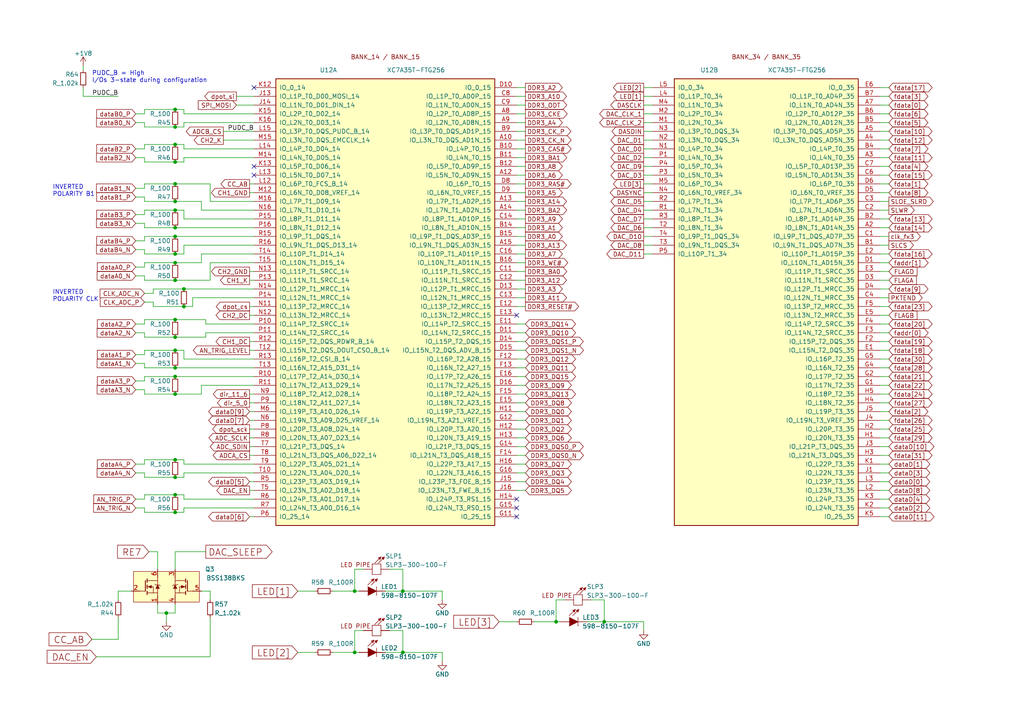
<source format=kicad_sch>
(kicad_sch (version 20231120) (generator "eeschema") (generator_version "8.0")
  (paper "A4")
  (title_block (title "Scopefun Oscilloscope") (rev "v2") (comment 1 "Copyright Dejan Priversek 2017") (comment 2 "Licensed under CERN OHL v.1.2"))
  (junction (at 50.8 73.66))
  (junction (at 53.34 83.82))
  (junction (at 50.8 53.34))
  (junction (at 50.8 36.83))
  (junction (at 53.34 88.9))
  (junction (at 116.84 189.23))
  (junction (at 50.8 114.3))
  (junction (at 50.8 31.75))
  (junction (at 50.8 76.2))
  (junction (at 50.8 58.42))
  (junction (at 50.8 148.59))
  (junction (at 50.8 92.71))
  (junction (at 175.26 180.34))
  (junction (at 50.8 66.04))
  (junction (at 50.8 101.6))
  (junction (at 161.29 180.34))
  (junction (at 50.8 106.68))
  (junction (at 50.8 138.43))
  (junction (at 116.84 171.45))
  (junction (at 102.87 171.45))
  (junction (at 48.26 177.8))
  (junction (at 50.8 41.91))
  (junction (at 102.87 189.23))
  (junction (at 50.8 60.96))
  (junction (at 50.8 109.22))
  (junction (at 50.8 46.99))
  (junction (at 50.8 81.28))
  (junction (at 50.8 143.51))
  (junction (at 50.8 133.35))
  (junction (at 50.8 68.58))
  (junction (at 50.8 97.79))
  (no_connect (at 149.86 144.78))
  (no_connect (at 149.86 147.32))
  (no_connect (at 73.66 50.8))
  (no_connect (at 73.66 48.26))
  (no_connect (at 73.66 25.4))
  (no_connect (at 149.86 91.44))
  (no_connect (at 149.86 149.86))
  (wire (pts (xy 41.91 93.98) (xy 41.91 92.71)))
  (wire (pts (xy 24.13 19.05) (xy 24.13 20.32)))
  (wire (pts (xy 72.39 116.84) (xy 73.66 116.84)))
  (wire (pts (xy 45.72 177.8) (xy 45.72 175.26)))
  (wire (pts (xy 102.87 165.1) (xy 102.87 171.45)))
  (wire (pts (xy 41.91 92.71) (xy 50.8 92.71)))
  (wire (pts (xy 255.27 55.88) (xy 257.81 55.88)))
  (wire (pts (xy 255.27 91.44) (xy 257.81 91.44)))
  (wire (pts (xy 41.91 105.41) (xy 39.37 105.41)))
  (wire (pts (xy 96.52 189.23) (xy 102.87 189.23)))
  (wire (pts (xy 41.91 58.42) (xy 41.91 57.15)))
  (wire (pts (xy 255.27 66.04) (xy 257.81 66.04)))
  (wire (pts (xy 149.86 99.06) (xy 152.4 99.06)))
  (wire (pts (xy 50.8 31.75) (xy 53.34 31.75)))
  (wire (pts (xy 149.86 60.96) (xy 152.4 60.96)))
  (wire (pts (xy 149.86 38.1) (xy 152.4 38.1)))
  (wire (pts (xy 41.91 41.91) (xy 41.91 43.18)))
  (wire (pts (xy 73.66 132.08) (xy 72.39 132.08)))
  (wire (pts (xy 72.39 119.38) (xy 73.66 119.38)))
  (wire (pts (xy 68.58 30.48) (xy 73.66 30.48)))
  (wire (pts (xy 255.27 27.94) (xy 257.81 27.94)))
  (wire (pts (xy 53.34 41.91) (xy 53.34 43.18)))
  (wire (pts (xy 186.69 30.48) (xy 189.23 30.48)))
  (wire (pts (xy 53.34 31.75) (xy 53.34 33.02)))
  (wire (pts (xy 48.26 180.34) (xy 48.26 177.8)))
  (wire (pts (xy 41.91 147.32) (xy 39.37 147.32)))
  (wire (pts (xy 113.03 165.1) (xy 116.84 165.1)))
  (wire (pts (xy 72.39 99.06) (xy 73.66 99.06)))
  (wire (pts (xy 116.84 165.1) (xy 116.84 171.45)))
  (wire (pts (xy 186.69 73.66) (xy 189.23 73.66)))
  (wire (pts (xy 53.34 133.35) (xy 53.34 134.62)))
  (wire (pts (xy 149.86 127) (xy 152.4 127)))
  (wire (pts (xy 186.69 40.64) (xy 189.23 40.64)))
  (wire (pts (xy 149.86 124.46) (xy 152.4 124.46)))
  (wire (pts (xy 48.26 177.8) (xy 50.8 177.8)))
  (wire (pts (xy 116.84 182.88) (xy 116.84 189.23)))
  (wire (pts (xy 149.86 55.88) (xy 152.4 55.88)))
  (wire (pts (xy 255.27 101.6) (xy 257.81 101.6)))
  (wire (pts (xy 186.69 63.5) (xy 189.23 63.5)))
  (wire (pts (xy 53.34 83.82) (xy 73.66 83.82)))
  (wire (pts (xy 60.96 53.34) (xy 60.96 58.42)))
  (wire (pts (xy 41.91 106.68) (xy 41.91 105.41)))
  (wire (pts (xy 255.27 111.76) (xy 257.81 111.76)))
  (wire (pts (xy 152.4 86.36) (xy 149.86 86.36)))
  (wire (pts (xy 72.39 101.6) (xy 73.66 101.6)))
  (wire (pts (xy 149.86 101.6) (xy 152.4 101.6)))
  (wire (pts (xy 255.27 129.54) (xy 257.81 129.54)))
  (wire (pts (xy 53.34 63.5) (xy 73.66 63.5)))
  (wire (pts (xy 144.78 180.34) (xy 149.86 180.34)))
  (wire (pts (xy 72.39 129.54) (xy 73.66 129.54)))
  (wire (pts (xy 53.34 36.83) (xy 53.34 35.56)))
  (wire (pts (xy 255.27 60.96) (xy 257.81 60.96)))
  (wire (pts (xy 41.91 148.59) (xy 50.8 148.59)))
  (wire (pts (xy 41.91 43.18) (xy 39.37 43.18)))
  (wire (pts (xy 53.34 134.62) (xy 73.66 134.62)))
  (wire (pts (xy 41.91 36.83) (xy 41.91 35.56)))
  (wire (pts (xy 41.91 138.43) (xy 50.8 138.43)))
  (wire (pts (xy 41.91 76.2) (xy 50.8 76.2)))
  (wire (pts (xy 186.69 58.42) (xy 189.23 58.42)))
  (wire (pts (xy 255.27 83.82) (xy 257.81 83.82)))
  (wire (pts (xy 58.42 73.66) (xy 73.66 73.66)))
  (wire (pts (xy 255.27 33.02) (xy 257.81 33.02)))
  (wire (pts (xy 50.8 160.02) (xy 50.8 165.1)))
  (wire (pts (xy 149.86 129.54) (xy 152.4 129.54)))
  (wire (pts (xy 41.91 58.42) (xy 50.8 58.42)))
  (wire (pts (xy 60.96 171.45) (xy 58.42 171.45)))
  (wire (pts (xy 45.72 177.8) (xy 48.26 177.8)))
  (wire (pts (xy 58.42 76.2) (xy 58.42 73.66)))
  (wire (pts (xy 58.42 60.96) (xy 73.66 60.96)))
  (wire (pts (xy 55.88 88.9) (xy 55.88 86.36)))
  (wire (pts (xy 72.39 142.24) (xy 73.66 142.24)))
  (wire (pts (xy 41.91 113.03) (xy 41.91 114.3)))
  (wire (pts (xy 149.86 104.14) (xy 152.4 104.14)))
  (wire (pts (xy 257.81 121.92) (xy 255.27 121.92)))
  (wire (pts (xy 105.41 182.88) (xy 102.87 182.88)))
  (wire (pts (xy 34.29 173.99) (xy 34.29 171.45)))
  (wire (pts (xy 149.86 71.12) (xy 152.4 71.12)))
  (wire (pts (xy 186.69 50.8) (xy 189.23 50.8)))
  (wire (pts (xy 116.84 171.45) (xy 128.27 171.45)))
  (wire (pts (xy 72.39 55.88) (xy 73.66 55.88)))
  (wire (pts (xy 41.91 60.96) (xy 41.91 62.23)))
  (wire (pts (xy 59.69 92.71) (xy 59.69 93.98)))
  (wire (pts (xy 50.8 58.42) (xy 58.42 58.42)))
  (wire (pts (xy 255.27 127) (xy 257.81 127)))
  (wire (pts (xy 255.27 149.86) (xy 257.81 149.86)))
  (wire (pts (xy 53.34 33.02) (xy 73.66 33.02)))
  (wire (pts (xy 255.27 78.74) (xy 257.81 78.74)))
  (wire (pts (xy 149.86 25.4) (xy 152.4 25.4)))
  (wire (pts (xy 44.45 85.09) (xy 41.91 85.09)))
  (wire (pts (xy 255.27 30.48) (xy 257.81 30.48)))
  (wire (pts (xy 50.8 177.8) (xy 50.8 175.26)))
  (wire (pts (xy 60.96 81.28) (xy 60.96 76.2)))
  (wire (pts (xy 60.96 58.42) (xy 73.66 58.42)))
  (wire (pts (xy 50.8 81.28) (xy 60.96 81.28)))
  (wire (pts (xy 27.94 190.5) (xy 60.96 190.5)))
  (wire (pts (xy 41.91 66.04) (xy 50.8 66.04)))
  (wire (pts (xy 161.29 173.99) (xy 163.83 173.99)))
  (wire (pts (xy 53.34 148.59) (xy 53.34 147.32)))
  (wire (pts (xy 149.86 93.98) (xy 152.4 93.98)))
  (wire (pts (xy 53.34 147.32) (xy 73.66 147.32)))
  (wire (pts (xy 24.13 27.94) (xy 34.29 27.94)))
  (wire (pts (xy 50.8 60.96) (xy 53.34 60.96)))
  (wire (pts (xy 255.27 68.58) (xy 257.81 68.58)))
  (wire (pts (xy 41.91 81.28) (xy 41.91 80.01)))
  (wire (pts (xy 255.27 86.36) (xy 257.81 86.36)))
  (wire (pts (xy 149.86 88.9) (xy 152.4 88.9)))
  (wire (pts (xy 41.91 60.96) (xy 50.8 60.96)))
  (wire (pts (xy 34.29 185.42) (xy 34.29 179.07)))
  (wire (pts (xy 86.36 189.23) (xy 91.44 189.23)))
  (wire (pts (xy 96.52 171.45) (xy 102.87 171.45)))
  (wire (pts (xy 53.34 137.16) (xy 73.66 137.16)))
  (wire (pts (xy 60.96 190.5) (xy 60.96 179.07)))
  (wire (pts (xy 186.69 43.18) (xy 189.23 43.18)))
  (wire (pts (xy 59.69 160.02) (xy 50.8 160.02)))
  (wire (pts (xy 186.69 33.02) (xy 189.23 33.02)))
  (wire (pts (xy 186.69 180.34) (xy 186.69 182.88)))
  (wire (pts (xy 255.27 35.56) (xy 257.81 35.56)))
  (wire (pts (xy 58.42 58.42) (xy 58.42 60.96)))
  (wire (pts (xy 255.27 88.9) (xy 257.81 88.9)))
  (wire (pts (xy 53.34 45.72) (xy 73.66 45.72)))
  (wire (pts (xy 186.69 53.34) (xy 189.23 53.34)))
  (wire (pts (xy 255.27 93.98) (xy 257.81 93.98)))
  (wire (pts (xy 53.34 138.43) (xy 53.34 137.16)))
  (wire (pts (xy 41.91 114.3) (xy 50.8 114.3)))
  (wire (pts (xy 149.86 109.22) (xy 152.4 109.22)))
  (wire (pts (xy 255.27 71.12) (xy 257.81 71.12)))
  (wire (pts (xy 255.27 132.08) (xy 257.81 132.08)))
  (wire (pts (xy 41.91 148.59) (xy 41.91 147.32)))
  (wire (pts (xy 50.8 68.58) (xy 73.66 68.58)))
  (wire (pts (xy 186.69 25.4) (xy 189.23 25.4)))
  (wire (pts (xy 149.86 114.3) (xy 152.4 114.3)))
  (wire (pts (xy 50.8 97.79) (xy 59.69 97.79)))
  (wire (pts (xy 60.96 173.99) (xy 60.96 171.45)))
  (wire (pts (xy 41.91 57.15) (xy 39.37 57.15)))
  (wire (pts (xy 39.37 93.98) (xy 41.91 93.98)))
  (wire (pts (xy 55.88 86.36) (xy 73.66 86.36)))
  (wire (pts (xy 255.27 139.7) (xy 257.81 139.7)))
  (wire (pts (xy 41.91 53.34) (xy 41.91 54.61)))
  (wire (pts (xy 73.66 127) (xy 72.39 127)))
  (wire (pts (xy 41.91 68.58) (xy 41.91 69.85)))
  (wire (pts (xy 64.77 40.64) (xy 73.66 40.64)))
  (wire (pts (xy 50.8 114.3) (xy 58.42 114.3)))
  (wire (pts (xy 53.34 43.18) (xy 73.66 43.18)))
  (wire (pts (xy 41.91 97.79) (xy 41.91 96.52)))
  (wire (pts (xy 255.27 104.14) (xy 257.81 104.14)))
  (wire (pts (xy 50.8 133.35) (xy 53.34 133.35)))
  (wire (pts (xy 161.29 173.99) (xy 161.29 180.34)))
  (wire (pts (xy 128.27 189.23) (xy 128.27 191.77)))
  (wire (pts (xy 41.91 133.35) (xy 50.8 133.35)))
  (wire (pts (xy 41.91 76.2) (xy 41.91 77.47)))
  (wire (pts (xy 73.66 149.86) (xy 72.39 149.86)))
  (wire (pts (xy 149.86 106.68) (xy 152.4 106.68)))
  (wire (pts (xy 50.8 148.59) (xy 53.34 148.59)))
  (wire (pts (xy 113.03 182.88) (xy 116.84 182.88)))
  (wire (pts (xy 149.86 30.48) (xy 152.4 30.48)))
  (wire (pts (xy 149.86 58.42) (xy 152.4 58.42)))
  (wire (pts (xy 149.86 139.7) (xy 152.4 139.7)))
  (wire (pts (xy 41.91 101.6) (xy 50.8 101.6)))
  (wire (pts (xy 50.8 143.51) (xy 53.34 143.51)))
  (wire (pts (xy 41.91 68.58) (xy 50.8 68.58)))
  (wire (pts (xy 41.91 138.43) (xy 41.91 137.16)))
  (wire (pts (xy 58.42 114.3) (xy 58.42 111.76)))
  (wire (pts (xy 41.91 143.51) (xy 41.91 144.78)))
  (wire (pts (xy 50.8 138.43) (xy 53.34 138.43)))
  (wire (pts (xy 53.34 144.78) (xy 73.66 144.78)))
  (wire (pts (xy 41.91 109.22) (xy 50.8 109.22)))
  (wire (pts (xy 186.69 55.88) (xy 189.23 55.88)))
  (wire (pts (xy 186.69 60.96) (xy 189.23 60.96)))
  (wire (pts (xy 41.91 137.16) (xy 39.37 137.16)))
  (wire (pts (xy 186.69 48.26) (xy 189.23 48.26)))
  (wire (pts (xy 255.27 81.28) (xy 257.81 81.28)))
  (wire (pts (xy 50.8 109.22) (xy 73.66 109.22)))
  (wire (pts (xy 149.86 134.62) (xy 152.4 134.62)))
  (wire (pts (xy 50.8 92.71) (xy 59.69 92.71)))
  (wire (pts (xy 41.91 69.85) (xy 39.37 69.85)))
  (wire (pts (xy 41.91 45.72) (xy 39.37 45.72)))
  (wire (pts (xy 255.27 137.16) (xy 257.81 137.16)))
  (wire (pts (xy 171.45 173.99) (xy 175.26 173.99)))
  (wire (pts (xy 41.91 73.66) (xy 41.91 72.39)))
  (wire (pts (xy 170.18 180.34) (xy 175.26 180.34)))
  (wire (pts (xy 149.86 27.94) (xy 152.4 27.94)))
  (wire (pts (xy 149.86 40.64) (xy 152.4 40.64)))
  (wire (pts (xy 73.66 139.7) (xy 72.39 139.7)))
  (wire (pts (xy 41.91 81.28) (xy 50.8 81.28)))
  (wire (pts (xy 149.86 35.56) (xy 152.4 35.56)))
  (wire (pts (xy 53.34 71.12) (xy 73.66 71.12)))
  (wire (pts (xy 72.39 53.34) (xy 73.66 53.34)))
  (wire (pts (xy 255.27 96.52) (xy 257.81 96.52)))
  (wire (pts (xy 149.86 68.58) (xy 152.4 68.58)))
  (wire (pts (xy 41.91 53.34) (xy 50.8 53.34)))
  (wire (pts (xy 41.91 96.52) (xy 39.37 96.52)))
  (wire (pts (xy 72.39 91.44) (xy 73.66 91.44)))
  (wire (pts (xy 149.86 78.74) (xy 152.4 78.74)))
  (wire (pts (xy 116.84 189.23) (xy 128.27 189.23)))
  (wire (pts (xy 186.69 45.72) (xy 189.23 45.72)))
  (wire (pts (xy 53.34 35.56) (xy 73.66 35.56)))
  (wire (pts (xy 186.69 71.12) (xy 189.23 71.12)))
  (wire (pts (xy 105.41 165.1) (xy 102.87 165.1)))
  (wire (pts (xy 26.67 185.42) (xy 34.29 185.42)))
  (wire (pts (xy 53.34 101.6) (xy 53.34 104.14)))
  (wire (pts (xy 102.87 171.45) (xy 104.14 171.45)))
  (wire (pts (xy 255.27 25.4) (xy 257.81 25.4)))
  (wire (pts (xy 41.91 102.87) (xy 41.91 101.6)))
  (wire (pts (xy 53.34 73.66) (xy 53.34 71.12)))
  (wire (pts (xy 44.45 83.82) (xy 44.45 85.09)))
  (wire (pts (xy 34.29 171.45) (xy 38.1 171.45)))
  (wire (pts (xy 149.86 48.26) (xy 152.4 48.26)))
  (wire (pts (xy 255.27 106.68) (xy 257.81 106.68)))
  (wire (pts (xy 41.91 66.04) (xy 41.91 64.77)))
  (wire (pts (xy 255.27 116.84) (xy 257.81 116.84)))
  (wire (pts (xy 72.39 124.46) (xy 73.66 124.46)))
  (wire (pts (xy 41.91 72.39) (xy 39.37 72.39)))
  (wire (pts (xy 255.27 144.78) (xy 257.81 144.78)))
  (wire (pts (xy 41.91 97.79) (xy 50.8 97.79)))
  (wire (pts (xy 186.69 68.58) (xy 189.23 68.58)))
  (wire (pts (xy 41.91 109.22) (xy 41.91 110.49)))
  (wire (pts (xy 59.69 97.79) (xy 59.69 96.52)))
  (wire (pts (xy 41.91 64.77) (xy 39.37 64.77)))
  (wire (pts (xy 149.86 83.82) (xy 152.4 83.82)))
  (wire (pts (xy 72.39 78.74) (xy 73.66 78.74)))
  (wire (pts (xy 149.86 53.34) (xy 152.4 53.34)))
  (wire (pts (xy 41.91 73.66) (xy 50.8 73.66)))
  (wire (pts (xy 149.86 111.76) (xy 152.4 111.76)))
  (wire (pts (xy 149.86 96.52) (xy 152.4 96.52)))
  (wire (pts (xy 149.86 33.02) (xy 152.4 33.02)))
  (wire (pts (xy 175.26 173.99) (xy 175.26 180.34)))
  (wire (pts (xy 50.8 76.2) (xy 58.42 76.2)))
  (wire (pts (xy 41.91 62.23) (xy 39.37 62.23)))
  (wire (pts (xy 255.27 53.34) (xy 257.81 53.34)))
  (wire (pts (xy 41.91 77.47) (xy 39.37 77.47)))
  (wire (pts (xy 39.37 113.03) (xy 41.91 113.03)))
  (wire (pts (xy 24.13 27.94) (xy 24.13 25.4)))
  (wire (pts (xy 161.29 180.34) (xy 162.56 180.34)))
  (wire (pts (xy 102.87 189.23) (xy 104.14 189.23)))
  (wire (pts (xy 111.76 189.23) (xy 116.84 189.23)))
  (wire (pts (xy 255.27 124.46) (xy 257.81 124.46)))
  (wire (pts (xy 41.91 110.49) (xy 39.37 110.49)))
  (wire (pts (xy 149.86 76.2) (xy 152.4 76.2)))
  (wire (pts (xy 255.27 109.22) (xy 257.81 109.22)))
  (wire (pts (xy 255.27 63.5) (xy 257.81 63.5)))
  (wire (pts (xy 149.86 119.38) (xy 152.4 119.38)))
  (wire (pts (xy 72.39 81.28) (xy 73.66 81.28)))
  (wire (pts (xy 50.8 101.6) (xy 53.34 101.6)))
  (wire (pts (xy 41.91 41.91) (xy 50.8 41.91)))
  (wire (pts (xy 50.8 73.66) (xy 53.34 73.66)))
  (wire (pts (xy 50.8 46.99) (xy 53.34 46.99)))
  (wire (pts (xy 41.91 143.51) (xy 50.8 143.51)))
  (wire (pts (xy 72.39 88.9) (xy 73.66 88.9)))
  (wire (pts (xy 72.39 121.92) (xy 73.66 121.92)))
  (wire (pts (xy 59.69 96.52) (xy 73.66 96.52)))
  (wire (pts (xy 50.8 66.04) (xy 73.66 66.04)))
  (wire (pts (xy 41.91 80.01) (xy 39.37 80.01)))
  (wire (pts (xy 186.69 38.1) (xy 189.23 38.1)))
  (wire (pts (xy 41.91 144.78) (xy 39.37 144.78)))
  (wire (pts (xy 58.42 111.76) (xy 73.66 111.76)))
  (wire (pts (xy 255.27 114.3) (xy 257.81 114.3)))
  (wire (pts (xy 44.45 83.82) (xy 53.34 83.82)))
  (wire (pts (xy 53.34 88.9) (xy 55.88 88.9)))
  (wire (pts (xy 41.91 35.56) (xy 39.37 35.56)))
  (wire (pts (xy 64.77 38.1) (xy 73.66 38.1)))
  (wire (pts (xy 128.27 171.45) (xy 128.27 173.99)))
  (wire (pts (xy 149.86 45.72) (xy 152.4 45.72)))
  (wire (pts (xy 44.45 88.9) (xy 44.45 87.63)))
  (wire (pts (xy 149.86 43.18) (xy 152.4 43.18)))
  (wire (pts (xy 72.39 114.3) (xy 73.66 114.3)))
  (wire (pts (xy 149.86 132.08) (xy 152.4 132.08)))
  (wire (pts (xy 149.86 73.66) (xy 152.4 73.66)))
  (wire (pts (xy 50.8 41.91) (xy 53.34 41.91)))
  (wire (pts (xy 44.45 87.63) (xy 41.91 87.63)))
  (wire (pts (xy 111.76 171.45) (xy 116.84 171.45)))
  (wire (pts (xy 53.34 143.51) (xy 53.34 144.78)))
  (wire (pts (xy 149.86 137.16) (xy 152.4 137.16)))
  (wire (pts (xy 175.26 180.34) (xy 186.69 180.34)))
  (wire (pts (xy 59.69 93.98) (xy 73.66 93.98)))
  (wire (pts (xy 154.94 180.34) (xy 161.29 180.34)))
  (wire (pts (xy 41.91 46.99) (xy 50.8 46.99)))
  (wire (pts (xy 255.27 73.66) (xy 257.81 73.66)))
  (wire (pts (xy 50.8 36.83) (xy 53.34 36.83)))
  (wire (pts (xy 50.8 106.68) (xy 73.66 106.68)))
  (wire (pts (xy 43.18 160.02) (xy 45.72 160.02)))
  (wire (pts (xy 255.27 48.26) (xy 257.81 48.26)))
  (wire (pts (xy 44.45 88.9) (xy 53.34 88.9)))
  (wire (pts (xy 186.69 35.56) (xy 189.23 35.56)))
  (wire (pts (xy 41.91 36.83) (xy 50.8 36.83)))
  (wire (pts (xy 255.27 142.24) (xy 257.81 142.24)))
  (wire (pts (xy 255.27 45.72) (xy 257.81 45.72)))
  (wire (pts (xy 102.87 182.88) (xy 102.87 189.23)))
  (wire (pts (xy 45.72 160.02) (xy 45.72 165.1)))
  (wire (pts (xy 255.27 119.38) (xy 257.81 119.38)))
  (wire (pts (xy 68.58 27.94) (xy 73.66 27.94)))
  (wire (pts (xy 149.86 121.92) (xy 152.4 121.92)))
  (wire (pts (xy 255.27 99.06) (xy 257.81 99.06)))
  (wire (pts (xy 186.69 27.94) (xy 189.23 27.94)))
  (wire (pts (xy 255.27 40.64) (xy 257.81 40.64)))
  (wire (pts (xy 255.27 43.18) (xy 257.81 43.18)))
  (wire (pts (xy 255.27 147.32) (xy 257.81 147.32)))
  (wire (pts (xy 41.91 33.02) (xy 39.37 33.02)))
  (wire (pts (xy 255.27 50.8) (xy 257.81 50.8)))
  (wire (pts (xy 86.36 171.45) (xy 91.44 171.45)))
  (wire (pts (xy 41.91 54.61) (xy 39.37 54.61)))
  (wire (pts (xy 149.86 63.5) (xy 152.4 63.5)))
  (wire (pts (xy 149.86 81.28) (xy 152.4 81.28)))
  (wire (pts (xy 41.91 134.62) (xy 39.37 134.62)))
  (wire (pts (xy 41.91 106.68) (xy 50.8 106.68)))
  (wire (pts (xy 39.37 102.87) (xy 41.91 102.87)))
  (wire (pts (xy 149.86 116.84) (xy 152.4 116.84)))
  (wire (pts (xy 60.96 76.2) (xy 73.66 76.2)))
  (wire (pts (xy 41.91 133.35) (xy 41.91 134.62)))
  (wire (pts (xy 149.86 66.04) (xy 152.4 66.04)))
  (wire (pts (xy 255.27 58.42) (xy 257.81 58.42)))
  (wire (pts (xy 41.91 31.75) (xy 50.8 31.75)))
  (wire (pts (xy 53.34 104.14) (xy 73.66 104.14)))
  (wire (pts (xy 41.91 46.99) (xy 41.91 45.72)))
  (wire (pts (xy 50.8 53.34) (xy 60.96 53.34)))
  (wire (pts (xy 149.86 50.8) (xy 152.4 50.8)))
  (wire (pts (xy 255.27 38.1) (xy 257.81 38.1)))
  (wire (pts (xy 53.34 60.96) (xy 53.34 63.5)))
  (wire (pts (xy 255.27 76.2) (xy 257.81 76.2)))
  (wire (pts (xy 186.69 66.04) (xy 189.23 66.04)))
  (wire (pts (xy 149.86 142.24) (xy 152.4 142.24)))
  (wire (pts (xy 41.91 31.75) (xy 41.91 33.02)))
  (wire (pts (xy 53.34 46.99) (xy 53.34 45.72)))
  (wire (pts (xy 255.27 134.62) (xy 257.81 134.62)))
  (text "PUDC_B = High\nI/Os 3-state during configuration" (at 26.67 24.13 0) (effects (font (size 1.27 1.27)) (justify left bottom)))
  (text "INVERTED\nPOLARITY B1" (at 15.24 57.15 0) (effects (font (size 1.27 1.27)) (justify left bottom)))
  (text "INVERTED\nPOLARITY CLK" (at 15.24 87.63 0) (effects (font (size 1.27 1.27)) (justify left bottom)))
  (label "PUDC_B" (at 66.04 38.1 0))
  (label "PUDC_B" (at 34.29 27.94 180))
  (global_label "faddr[0]" (shape bidirectional) (at 257.81 96.52 0) (property "Intersheetrefs" "${INTERSHEET_REFS}" (effects (hide yes))))
  (global_label "fdata[27]" (shape bidirectional) (at 257.81 116.84 0) (property "Intersheetrefs" "${INTERSHEET_REFS}" (effects (hide yes))))
  (global_label "AN_TRIG_P" (shape input) (at 39.37 144.78 180) (property "Intersheetrefs" "${INTERSHEET_REFS}" (effects (hide yes))))
  (global_label "LED[3]" (shape output) (at 186.69 53.34 180) (property "Intersheetrefs" "${INTERSHEET_REFS}" (effects (hide yes))))
  (global_label "DAC_D4" (shape output) (at 186.69 60.96 180) (property "Intersheetrefs" "${INTERSHEET_REFS}" (effects (hide yes))))
  (global_label "fdata[10]" (shape bidirectional) (at 257.81 38.1 0) (property "Intersheetrefs" "${INTERSHEET_REFS}" (effects (hide yes))))
  (global_label "dataB3_N" (shape input) (at 39.37 64.77 180) (property "Intersheetrefs" "${INTERSHEET_REFS}" (effects (hide yes))))
  (global_label "DDR3_DQ4" (shape bidirectional) (at 152.4 139.7 0) (property "Intersheetrefs" "${INTERSHEET_REFS}" (effects (hide yes))))
  (global_label "fdata[13]" (shape bidirectional) (at 257.81 63.5 0) (property "Intersheetrefs" "${INTERSHEET_REFS}" (effects (hide yes))))
  (global_label "DAC_SLEEP" (shape output) (at 59.69 160.02 0) (effects (font (size 1.905 1.905))) (property "Intersheetrefs" "${INTERSHEET_REFS}" (effects (hide yes))))
  (global_label "DAC_D9" (shape output) (at 186.69 48.26 180) (property "Intersheetrefs" "${INTERSHEET_REFS}" (effects (hide yes))))
  (global_label "fdata[0]" (shape bidirectional) (at 257.81 30.48 0) (property "Intersheetrefs" "${INTERSHEET_REFS}" (effects (hide yes))))
  (global_label "CC_AB" (shape input) (at 26.67 185.42 180) (effects (font (size 1.905 1.905))) (property "Intersheetrefs" "${INTERSHEET_REFS}" (effects (hide yes))))
  (global_label "dataB4_P" (shape input) (at 39.37 69.85 180) (property "Intersheetrefs" "${INTERSHEET_REFS}" (effects (hide yes))))
  (global_label "DDR3_A11" (shape output) (at 152.4 86.36 0) (property "Intersheetrefs" "${INTERSHEET_REFS}" (effects (hide yes))))
  (global_label "DDR3_DQ9" (shape bidirectional) (at 152.4 111.76 0) (property "Intersheetrefs" "${INTERSHEET_REFS}" (effects (hide yes))))
  (global_label "dataA1_N" (shape input) (at 39.37 105.41 180) (property "Intersheetrefs" "${INTERSHEET_REFS}" (effects (hide yes))))
  (global_label "dataA2_P" (shape input) (at 39.37 93.98 180) (property "Intersheetrefs" "${INTERSHEET_REFS}" (effects (hide yes))))
  (global_label "FLAGB" (shape input) (at 257.81 91.44 0) (property "Intersheetrefs" "${INTERSHEET_REFS}" (effects (hide yes))))
  (global_label "dir_11_6" (shape output) (at 72.39 114.3 180) (property "Intersheetrefs" "${INTERSHEET_REFS}" (effects (hide yes))))
  (global_label "DDR3_A14" (shape output) (at 152.4 58.42 0) (property "Intersheetrefs" "${INTERSHEET_REFS}" (effects (hide yes))))
  (global_label "DAC_D8" (shape output) (at 186.69 71.12 180) (property "Intersheetrefs" "${INTERSHEET_REFS}" (effects (hide yes))))
  (global_label "fdata[11]" (shape bidirectional) (at 257.81 45.72 0) (property "Intersheetrefs" "${INTERSHEET_REFS}" (effects (hide yes))))
  (global_label "ADC_SCLK" (shape output) (at 72.39 127 180) (property "Intersheetrefs" "${INTERSHEET_REFS}" (effects (hide yes))))
  (global_label "DAC_EN" (shape input) (at 27.94 190.5 180) (effects (font (size 1.905 1.905))) (property "Intersheetrefs" "${INTERSHEET_REFS}" (effects (hide yes))))
  (global_label "CH1_DC" (shape output) (at 72.39 99.06 180) (property "Intersheetrefs" "${INTERSHEET_REFS}" (effects (hide yes))))
  (global_label "dataD[4]" (shape bidirectional) (at 257.81 144.78 0) (property "Intersheetrefs" "${INTERSHEET_REFS}" (effects (hide yes))))
  (global_label "DAC_CLK_1" (shape output) (at 186.69 33.02 180) (property "Intersheetrefs" "${INTERSHEET_REFS}" (effects (hide yes))))
  (global_label "DDR3_BA1" (shape output) (at 152.4 45.72 0) (property "Intersheetrefs" "${INTERSHEET_REFS}" (effects (hide yes))))
  (global_label "DDR3_DQ6" (shape bidirectional) (at 152.4 127 0) (property "Intersheetrefs" "${INTERSHEET_REFS}" (effects (hide yes))))
  (global_label "DAC_D11" (shape output) (at 186.69 73.66 180) (property "Intersheetrefs" "${INTERSHEET_REFS}" (effects (hide yes))))
  (global_label "fdata[29]" (shape bidirectional) (at 257.81 127 0) (property "Intersheetrefs" "${INTERSHEET_REFS}" (effects (hide yes))))
  (global_label "AN_TRIG_N" (shape input) (at 39.37 147.32 180) (property "Intersheetrefs" "${INTERSHEET_REFS}" (effects (hide yes))))
  (global_label "faddr[1]" (shape bidirectional) (at 257.81 76.2 0) (property "Intersheetrefs" "${INTERSHEET_REFS}" (effects (hide yes))))
  (global_label "LED[2]" (shape input) (at 86.36 189.23 180) (effects (font (size 1.905 1.905))) (property "Intersheetrefs" "${INTERSHEET_REFS}" (effects (hide yes))))
  (global_label "FLAGD" (shape input) (at 257.81 78.74 0) (property "Intersheetrefs" "${INTERSHEET_REFS}" (effects (hide yes))))
  (global_label "LED[2]" (shape output) (at 186.69 25.4 180) (property "Intersheetrefs" "${INTERSHEET_REFS}" (effects (hide yes))))
  (global_label "dataD[0]" (shape bidirectional) (at 257.81 139.7 0) (property "Intersheetrefs" "${INTERSHEET_REFS}" (effects (hide yes))))
  (global_label "dpot_sck" (shape output) (at 72.39 124.46 180) (property "Intersheetrefs" "${INTERSHEET_REFS}" (effects (hide yes))))
  (global_label "DAC_D2" (shape output) (at 186.69 45.72 180) (property "Intersheetrefs" "${INTERSHEET_REFS}" (effects (hide yes))))
  (global_label "DDR3_CKE" (shape output) (at 152.4 33.02 0) (property "Intersheetrefs" "${INTERSHEET_REFS}" (effects (hide yes))))
  (global_label "DDR3_A6" (shape output) (at 152.4 50.8 0) (property "Intersheetrefs" "${INTERSHEET_REFS}" (effects (hide yes))))
  (global_label "DASDIN" (shape output) (at 186.69 38.1 180) (property "Intersheetrefs" "${INTERSHEET_REFS}" (effects (hide yes))))
  (global_label "fdata[12]" (shape bidirectional) (at 257.81 40.64 0) (property "Intersheetrefs" "${INTERSHEET_REFS}" (effects (hide yes))))
  (global_label "dataD[1]" (shape bidirectional) (at 257.81 134.62 0) (property "Intersheetrefs" "${INTERSHEET_REFS}" (effects (hide yes))))
  (global_label "DDR3_A10" (shape output) (at 152.4 27.94 0) (property "Intersheetrefs" "${INTERSHEET_REFS}" (effects (hide yes))))
  (global_label "DAC_EN" (shape output) (at 72.39 142.24 180) (property "Intersheetrefs" "${INTERSHEET_REFS}" (effects (hide yes))))
  (global_label "DDR3_BA2" (shape output) (at 152.4 60.96 0) (property "Intersheetrefs" "${INTERSHEET_REFS}" (effects (hide yes))))
  (global_label "DDR3_ODT" (shape output) (at 152.4 30.48 0) (property "Intersheetrefs" "${INTERSHEET_REFS}" (effects (hide yes))))
  (global_label "DDR3_DQS0_P" (shape bidirectional) (at 152.4 129.54 0) (property "Intersheetrefs" "${INTERSHEET_REFS}" (effects (hide yes))))
  (global_label "fdata[28]" (shape bidirectional) (at 257.81 106.68 0) (property "Intersheetrefs" "${INTERSHEET_REFS}" (effects (hide yes))))
  (global_label "fdata[21]" (shape bidirectional) (at 257.81 109.22 0) (property "Intersheetrefs" "${INTERSHEET_REFS}" (effects (hide yes))))
  (global_label "DDR3_DQ1" (shape bidirectional) (at 152.4 121.92 0) (property "Intersheetrefs" "${INTERSHEET_REFS}" (effects (hide yes))))
  (global_label "CH2_DC" (shape output) (at 72.39 91.44 180) (property "Intersheetrefs" "${INTERSHEET_REFS}" (effects (hide yes))))
  (global_label "DDR3_DQ3" (shape bidirectional) (at 152.4 137.16 0) (property "Intersheetrefs" "${INTERSHEET_REFS}" (effects (hide yes))))
  (global_label "DDR3_DQ2" (shape bidirectional) (at 152.4 124.46 0) (property "Intersheetrefs" "${INTERSHEET_REFS}" (effects (hide yes))))
  (global_label "dataA1_P" (shape input) (at 39.37 102.87 180) (property "Intersheetrefs" "${INTERSHEET_REFS}" (effects (hide yes))))
  (global_label "LED[3]" (shape input) (at 144.78 180.34 180) (effects (font (size 1.905 1.905))) (property "Intersheetrefs" "${INTERSHEET_REFS}" (effects (hide yes))))
  (global_label "fdata[4]" (shape bidirectional) (at 257.81 48.26 0) (property "Intersheetrefs" "${INTERSHEET_REFS}" (effects (hide yes))))
  (global_label "fdata[24]" (shape bidirectional) (at 257.81 114.3 0) (property "Intersheetrefs" "${INTERSHEET_REFS}" (effects (hide yes))))
  (global_label "dataA4_N" (shape input) (at 39.37 137.16 180) (property "Intersheetrefs" "${INTERSHEET_REFS}" (effects (hide yes))))
  (global_label "DDR3_A4" (shape output) (at 152.4 35.56 0) (property "Intersheetrefs" "${INTERSHEET_REFS}" (effects (hide yes))))
  (global_label "DDR3_BA0" (shape output) (at 152.4 78.74 0) (property "Intersheetrefs" "${INTERSHEET_REFS}" (effects (hide yes))))
  (global_label "CH1_GND" (shape output) (at 72.39 55.88 180) (property "Intersheetrefs" "${INTERSHEET_REFS}" (effects (hide yes))))
  (global_label "fdata[1]" (shape bidirectional) (at 257.81 53.34 0) (property "Intersheetrefs" "${INTERSHEET_REFS}" (effects (hide yes))))
  (global_label "clk_fx3" (shape output) (at 257.81 68.58 0) (property "Intersheetrefs" "${INTERSHEET_REFS}" (effects (hide yes))))
  (global_label "FLAGA" (shape input) (at 257.81 81.28 0) (property "Intersheetrefs" "${INTERSHEET_REFS}" (effects (hide yes))))
  (global_label "dataD[6]" (shape bidirectional) (at 72.39 149.86 180) (property "Intersheetrefs" "${INTERSHEET_REFS}" (effects (hide yes))))
  (global_label "dataD[7]" (shape bidirectional) (at 72.39 121.92 180) (property "Intersheetrefs" "${INTERSHEET_REFS}" (effects (hide yes))))
  (global_label "dataA3_P" (shape input) (at 39.37 110.49 180) (property "Intersheetrefs" "${INTERSHEET_REFS}" (effects (hide yes))))
  (global_label "ADCA_CS" (shape output) (at 72.39 132.08 180) (property "Intersheetrefs" "${INTERSHEET_REFS}" (effects (hide yes))))
  (global_label "fdata[3]" (shape bidirectional) (at 257.81 27.94 0) (property "Intersheetrefs" "${INTERSHEET_REFS}" (effects (hide yes))))
  (global_label "fdata[6]" (shape bidirectional) (at 257.81 33.02 0) (property "Intersheetrefs" "${INTERSHEET_REFS}" (effects (hide yes))))
  (global_label "DDR3_DQ13" (shape bidirectional) (at 152.4 114.3 0) (property "Intersheetrefs" "${INTERSHEET_REFS}" (effects (hide yes))))
  (global_label "DDR3_A2" (shape output) (at 152.4 25.4 0) (property "Intersheetrefs" "${INTERSHEET_REFS}" (effects (hide yes))))
  (global_label "DDR3_DQ15" (shape bidirectional) (at 152.4 109.22 0) (property "Intersheetrefs" "${INTERSHEET_REFS}" (effects (hide yes))))
  (global_label "DDR3_CAS#" (shape output) (at 152.4 43.18 0) (property "Intersheetrefs" "${INTERSHEET_REFS}" (effects (hide yes))))
  (global_label "LED[1]" (shape output) (at 186.69 27.94 180) (property "Intersheetrefs" "${INTERSHEET_REFS}" (effects (hide yes))))
  (global_label "DDR3_DQ7" (shape bidirectional) (at 152.4 134.62 0) (property "Intersheetrefs" "${INTERSHEET_REFS}" (effects (hide yes))))
  (global_label "dpot_cs" (shape output) (at 72.39 88.9 180) (property "Intersheetrefs" "${INTERSHEET_REFS}" (effects (hide yes))))
  (global_label "SLCS" (shape output) (at 257.81 71.12 0) (property "Intersheetrefs" "${INTERSHEET_REFS}" (effects (hide yes))))
  (global_label "fdata[15]" (shape bidirectional) (at 257.81 50.8 0) (property "Intersheetrefs" "${INTERSHEET_REFS}" (effects (hide yes))))
  (global_label "dataA0_P" (shape input) (at 39.37 77.47 180) (property "Intersheetrefs" "${INTERSHEET_REFS}" (effects (hide yes))))
  (global_label "dataD[10]" (shape bidirectional) (at 257.81 129.54 0) (property "Intersheetrefs" "${INTERSHEET_REFS}" (effects (hide yes))))
  (global_label "fdata[26]" (shape bidirectional) (at 257.81 121.92 0) (property "Intersheetrefs" "${INTERSHEET_REFS}" (effects (hide yes))))
  (global_label "dataA3_N" (shape input) (at 39.37 113.03 180) (property "Intersheetrefs" "${INTERSHEET_REFS}" (effects (hide yes))))
  (global_label "DAC_D5" (shape output) (at 186.69 58.42 180) (property "Intersheetrefs" "${INTERSHEET_REFS}" (effects (hide yes))))
  (global_label "DAC_D10" (shape output) (at 186.69 68.58 180) (property "Intersheetrefs" "${INTERSHEET_REFS}" (effects (hide yes))))
  (global_label "dataD[8]" (shape bidirectional) (at 257.81 142.24 0) (property "Intersheetrefs" "${INTERSHEET_REFS}" (effects (hide yes))))
  (global_label "dataD[9]" (shape bidirectional) (at 72.39 119.38 180) (property "Intersheetrefs" "${INTERSHEET_REFS}" (effects (hide yes))))
  (global_label "DDR3_DQ0" (shape bidirectional) (at 152.4 119.38 0) (property "Intersheetrefs" "${INTERSHEET_REFS}" (effects (hide yes))))
  (global_label "CH2_GND" (shape output) (at 72.39 78.74 180) (property "Intersheetrefs" "${INTERSHEET_REFS}" (effects (hide yes))))
  (global_label "DDR3_CK_N" (shape output) (at 152.4 40.64 0) (property "Intersheetrefs" "${INTERSHEET_REFS}" (effects (hide yes))))
  (global_label "dataD[2]" (shape bidirectional) (at 257.81 147.32 0) (property "Intersheetrefs" "${INTERSHEET_REFS}" (effects (hide yes))))
  (global_label "CH1_K" (shape output) (at 72.39 81.28 180) (property "Intersheetrefs" "${INTERSHEET_REFS}" (effects (hide yes))))
  (global_label "ADCB_CS" (shape output) (at 64.77 38.1 180) (property "Intersheetrefs" "${INTERSHEET_REFS}" (effects (hide yes))))
  (global_label "DDR3_A0" (shape output) (at 152.4 68.58 0) (property "Intersheetrefs" "${INTERSHEET_REFS}" (effects (hide yes))))
  (global_label "SPI_MOSI" (shape input) (at 68.58 30.48 180) (property "Intersheetrefs" "${INTERSHEET_REFS}" (effects (hide yes))))
  (global_label "PKTEND" (shape output) (at 257.81 86.36 0) (property "Intersheetrefs" "${INTERSHEET_REFS}" (effects (hide yes))))
  (global_label "DAC_D6" (shape output) (at 186.69 66.04 180) (property "Intersheetrefs" "${INTERSHEET_REFS}" (effects (hide yes))))
  (global_label "dataD[5]" (shape bidirectional) (at 72.39 139.7 180) (property "Intersheetrefs" "${INTERSHEET_REFS}" (effects (hide yes))))
  (global_label "fdata[30]" (shape bidirectional) (at 257.81 104.14 0) (property "Intersheetrefs" "${INTERSHEET_REFS}" (effects (hide yes))))
  (global_label "DAC_D7" (shape output) (at 186.69 63.5 180) (property "Intersheetrefs" "${INTERSHEET_REFS}" (effects (hide yes))))
  (global_label "DDR3_DQ12" (shape bidirectional) (at 152.4 104.14 0) (property "Intersheetrefs" "${INTERSHEET_REFS}" (effects (hide yes))))
  (global_label "fdata[22]" (shape bidirectional) (at 257.81 111.76 0) (property "Intersheetrefs" "${INTERSHEET_REFS}" (effects (hide yes))))
  (global_label "dataB1_N" (shape input) (at 39.37 54.61 180) (property "Intersheetrefs" "${INTERSHEET_REFS}" (effects (hide yes))))
  (global_label "dataA0_N" (shape input) (at 39.37 80.01 180) (property "Intersheetrefs" "${INTERSHEET_REFS}" (effects (hide yes))))
  (global_label "dataB4_N" (shape input) (at 39.37 72.39 180) (property "Intersheetrefs" "${INTERSHEET_REFS}" (effects (hide yes))))
  (global_label "dpot_si" (shape output) (at 68.58 27.94 180) (property "Intersheetrefs" "${INTERSHEET_REFS}" (effects (hide yes))))
  (global_label "AN_TRIG_LEVEL" (shape output) (at 72.39 101.6 180) (property "Intersheetrefs" "${INTERSHEET_REFS}" (effects (hide yes))))
  (global_label "DDR3_DQ10" (shape bidirectional) (at 152.4 96.52 0) (property "Intersheetrefs" "${INTERSHEET_REFS}" (effects (hide yes))))
  (global_label "dataB1_P" (shape input) (at 39.37 57.15 180) (property "Intersheetrefs" "${INTERSHEET_REFS}" (effects (hide yes))))
  (global_label "CC_AB" (shape output) (at 72.39 53.34 180) (property "Intersheetrefs" "${INTERSHEET_REFS}" (effects (hide yes))))
  (global_label "DDR3_A9" (shape output) (at 152.4 63.5 0) (property "Intersheetrefs" "${INTERSHEET_REFS}" (effects (hide yes))))
  (global_label "DDR3_A8" (shape output) (at 152.4 48.26 0) (property "Intersheetrefs" "${INTERSHEET_REFS}" (effects (hide yes))))
  (global_label "dataB3_P" (shape input) (at 39.37 62.23 180) (property "Intersheetrefs" "${INTERSHEET_REFS}" (effects (hide yes))))
  (global_label "dir_5_0" (shape output) (at 72.39 116.84 180) (property "Intersheetrefs" "${INTERSHEET_REFS}" (effects (hide yes))))
  (global_label "fdata[14]" (shape bidirectional) (at 257.81 66.04 0) (property "Intersheetrefs" "${INTERSHEET_REFS}" (effects (hide yes))))
  (global_label "DDR3_DQS1_P" (shape bidirectional) (at 152.4 99.06 0) (property "Intersheetrefs" "${INTERSHEET_REFS}" (effects (hide yes))))
  (global_label "dataB2_P" (shape input) (at 39.37 43.18 180) (property "Intersheetrefs" "${INTERSHEET_REFS}" (effects (hide yes))))
  (global_label "DAC_D3" (shape output) (at 186.69 50.8 180) (property "Intersheetrefs" "${INTERSHEET_REFS}" (effects (hide yes))))
  (global_label "DDR3_DQS1_N" (shape bidirectional) (at 152.4 101.6 0) (property "Intersheetrefs" "${INTERSHEET_REFS}" (effects (hide yes))))
  (global_label "fdata[19]" (shape bidirectional) (at 257.81 99.06 0) (property "Intersheetrefs" "${INTERSHEET_REFS}" (effects (hide yes))))
  (global_label "RE7" (shape input) (at 43.18 160.02 180) (effects (font (size 1.905 1.905))) (property "Intersheetrefs" "${INTERSHEET_REFS}" (effects (hide yes))))
  (global_label "ADC_SDIN" (shape output) (at 72.39 129.54 180) (property "Intersheetrefs" "${INTERSHEET_REFS}" (effects (hide yes))))
  (global_label "DDR3_RESET#" (shape output) (at 152.4 88.9 0) (property "Intersheetrefs" "${INTERSHEET_REFS}" (effects (hide yes))))
  (global_label "fdata[8]" (shape bidirectional) (at 257.81 55.88 0) (property "Intersheetrefs" "${INTERSHEET_REFS}" (effects (hide yes))))
  (global_label "DDR3_DQS0_N" (shape bidirectional) (at 152.4 132.08 0) (property "Intersheetrefs" "${INTERSHEET_REFS}" (effects (hide yes))))
  (global_label "fdata[25]" (shape bidirectional) (at 257.81 124.46 0) (property "Intersheetrefs" "${INTERSHEET_REFS}" (effects (hide yes))))
  (global_label "dataA4_P" (shape input) (at 39.37 134.62 180) (property "Intersheetrefs" "${INTERSHEET_REFS}" (effects (hide yes))))
  (global_label "fdata[9]" (shape bidirectional) (at 257.81 83.82 0) (property "Intersheetrefs" "${INTERSHEET_REFS}" (effects (hide yes))))
  (global_label "fdata[31]" (shape bidirectional) (at 257.81 132.08 0) (property "Intersheetrefs" "${INTERSHEET_REFS}" (effects (hide yes))))
  (global_label "fdata[2]" (shape bidirectional) (at 257.81 119.38 0) (property "Intersheetrefs" "${INTERSHEET_REFS}" (effects (hide yes))))
  (global_label "fdata[23]" (shape bidirectional) (at 257.81 88.9 0) (property "Intersheetrefs" "${INTERSHEET_REFS}" (effects (hide yes))))
  (global_label "fdata[20]" (shape bidirectional) (at 257.81 93.98 0) (property "Intersheetrefs" "${INTERSHEET_REFS}" (effects (hide yes))))
  (global_label "DAC_CLK_2" (shape output) (at 186.69 35.56 180) (property "Intersheetrefs" "${INTERSHEET_REFS}" (effects (hide yes))))
  (global_label "DDR3_DQ11" (shape bidirectional) (at 152.4 106.68 0) (property "Intersheetrefs" "${INTERSHEET_REFS}" (effects (hide yes))))
  (global_label "fdata[18]" (shape bidirectional) (at 257.81 101.6 0) (property "Intersheetrefs" "${INTERSHEET_REFS}" (effects (hide yes))))
  (global_label "fdata[16]" (shape bidirectional) (at 257.81 73.66 0) (property "Intersheetrefs" "${INTERSHEET_REFS}" (effects (hide yes))))
  (global_label "SLOE_SLRD" (shape output) (at 257.81 58.42 0) (property "Intersheetrefs" "${INTERSHEET_REFS}" (effects (hide yes))))
  (global_label "CLK_ADC_N" (shape input) (at 41.91 85.09 180) (property "Intersheetrefs" "${INTERSHEET_REFS}" (effects (hide yes))))
  (global_label "DDR3_A7" (shape output) (at 152.4 73.66 0) (property "Intersheetrefs" "${INTERSHEET_REFS}" (effects (hide yes))))
  (global_label "DASYNC" (shape output) (at 186.69 55.88 180) (property "Intersheetrefs" "${INTERSHEET_REFS}" (effects (hide yes))))
  (global_label "dataA2_N" (shape input) (at 39.37 96.52 180) (property "Intersheetrefs" "${INTERSHEET_REFS}" (effects (hide yes))))
  (global_label "dataD[3]" (shape bidirectional) (at 257.81 137.16 0) (property "Intersheetrefs" "${INTERSHEET_REFS}" (effects (hide yes))))
  (global_label "DDR3_CK_P" (shape output) (at 152.4 38.1 0) (property "Intersheetrefs" "${INTERSHEET_REFS}" (effects (hide yes))))
  (global_label "dataD[11]" (shape bidirectional) (at 257.81 149.86 0) (property "Intersheetrefs" "${INTERSHEET_REFS}" (effects (hide yes))))
  (global_label "dataB0_P" (shape input) (at 39.37 33.02 180) (property "Intersheetrefs" "${INTERSHEET_REFS}" (effects (hide yes))))
  (global_label "fdata[17]" (shape bidirectional) (at 257.81 25.4 0) (property "Intersheetrefs" "${INTERSHEET_REFS}" (effects (hide yes))))
  (global_label "fdata[5]" (shape bidirectional) (at 257.81 35.56 0) (property "Intersheetrefs" "${INTERSHEET_REFS}" (effects (hide yes))))
  (global_label "DASCLK" (shape output) (at 186.69 30.48 180) (property "Intersheetrefs" "${INTERSHEET_REFS}" (effects (hide yes))))
  (global_label "DDR3_DQ5" (shape bidirectional) (at 152.4 142.24 0) (property "Intersheetrefs" "${INTERSHEET_REFS}" (effects (hide yes))))
  (global_label "DDR3_DQ8" (shape bidirectional) (at 152.4 116.84 0) (property "Intersheetrefs" "${INTERSHEET_REFS}" (effects (hide yes))))
  (global_label "CLK_ADC_P" (shape input) (at 41.91 87.63 180) (property "Intersheetrefs" "${INTERSHEET_REFS}" (effects (hide yes))))
  (global_label "DDR3_A12" (shape output) (at 152.4 81.28 0) (property "Intersheetrefs" "${INTERSHEET_REFS}" (effects (hide yes))))
  (global_label "DDR3_DQ14" (shape bidirectional) (at 152.4 93.98 0) (property "Intersheetrefs" "${INTERSHEET_REFS}" (effects (hide yes))))
  (global_label "SLWR" (shape output) (at 257.81 60.96 0) (property "Intersheetrefs" "${INTERSHEET_REFS}" (effects (hide yes))))
  (global_label "fdata[7]" (shape bidirectional) (at 257.81 43.18 0) (property "Intersheetrefs" "${INTERSHEET_REFS}" (effects (hide yes))))
  (global_label "dataB2_N" (shape input) (at 39.37 45.72 180) (property "Intersheetrefs" "${INTERSHEET_REFS}" (effects (hide yes))))
  (global_label "CH2_K" (shape output) (at 64.77 40.64 180) (property "Intersheetrefs" "${INTERSHEET_REFS}" (effects (hide yes))))
  (global_label "LED[1]" (shape input) (at 86.36 171.45 180) (effects (font (size 1.905 1.905))) (property "Intersheetrefs" "${INTERSHEET_REFS}" (effects (hide yes))))
  (global_label "DDR3_A3" (shape output) (at 152.4 83.82 0) (property "Intersheetrefs" "${INTERSHEET_REFS}" (effects (hide yes))))
  (global_label "DDR3_A13" (shape output) (at 152.4 71.12 0) (property "Intersheetrefs" "${INTERSHEET_REFS}" (effects (hide yes))))
  (global_label "dataB0_N" (shape input) (at 39.37 35.56 180) (property "Intersheetrefs" "${INTERSHEET_REFS}" (effects (hide yes))))
  (global_label "DDR3_A1" (shape output) (at 152.4 66.04 0) (property "Intersheetrefs" "${INTERSHEET_REFS}" (effects (hide yes))))
  (global_label "DDR3_RAS#" (shape output) (at 152.4 53.34 0) (property "Intersheetrefs" "${INTERSHEET_REFS}" (effects (hide yes))))
  (global_label "DDR3_A5" (shape output) (at 152.4 55.88 0) (property "Intersheetrefs" "${INTERSHEET_REFS}" (effects (hide yes))))
  (global_label "DAC_D1" (shape output) (at 186.69 40.64 180) (property "Intersheetrefs" "${INTERSHEET_REFS}" (effects (hide yes))))
  (global_label "DAC_D0" (shape output) (at 186.69 43.18 180) (property "Intersheetrefs" "${INTERSHEET_REFS}" (effects (hide yes))))
  (global_label "DDR3_WE#" (shape output) (at 152.4 76.2 0) (property "Intersheetrefs" "${INTERSHEET_REFS}" (effects (hide yes))))
  (symbol (lib_id "Scopefun_v2-rescue:GND") (at 186.69 182.88 0) (unit 1)
    (property "Reference" "#PWR0106" (effects (hide yes)))
    (property "Value" "GND" (at 186.69 186.69 0))
  )
  (symbol (lib_id "ScopefunParts:R_100R") (at 93.98 171.45 270) (unit 1)
    (property "Reference" "R58" (at 90.17 168.91 90) (effects (justify left)))
    (property "Value" "R_100R" (at 95.25 168.91 90) (effects (justify left)))
    (property "Footprint" "ScopefunPackagesLibrary:R_0603" (effects (hide yes)))
    (property "Datasheet" "http://industrial.panasonic.com/cdbs/www-data/pdf/AOA0000/AOA0000CE2.pdf" (effects (hide yes)))
    (property "Description" "RES SMD 1% 1/10W 0603" (effects (hide yes)))
    (property "Manufacturer Part Number" "ERJ-3EKF1000V" (effects (hide yes)))
  )
  (symbol (lib_id "ScopefunParts:R_100R") (at 93.98 189.23 270) (unit 1)
    (property "Reference" "R59" (at 90.17 186.69 90) (effects (justify left)))
    (property "Value" "R_100R" (at 95.25 186.69 90) (effects (justify left)))
    (property "Footprint" "ScopefunPackagesLibrary:R_0603" (effects (hide yes)))
    (property "Datasheet" "http://industrial.panasonic.com/cdbs/www-data/pdf/AOA0000/AOA0000CE2.pdf" (effects (hide yes)))
    (property "Description" "RES SMD 1% 1/10W 0603" (effects (hide yes)))
    (property "Manufacturer Part Number" "ERJ-3EKF1000V" (effects (hide yes)))
  )
  (symbol (lib_id "ScopefunParts:R_100R") (at 152.4 180.34 270) (unit 1)
    (property "Reference" "R60" (at 148.59 177.8 90) (effects (justify left)))
    (property "Value" "R_100R" (at 153.67 177.8 90) (effects (justify left)))
    (property "Footprint" "ScopefunPackagesLibrary:R_0603" (effects (hide yes)))
    (property "Datasheet" "http://industrial.panasonic.com/cdbs/www-data/pdf/AOA0000/AOA0000CE2.pdf" (effects (hide yes)))
    (property "Description" "RES SMD 1% 1/10W 0603" (effects (hide yes)))
    (property "Manufacturer Part Number" "ERJ-3EKF1000V" (effects (hide yes)))
  )
  (symbol (lib_id "ScopefunParts:XC7A35T-FTG256") (at 111.76 78.74 0) (unit 1)
    (property "Reference" "U12" (at 95.25 20.32 0))
    (property "Value" "XC7A35T-FTG256" (at 120.65 20.32 0))
    (property "Footprint" "ScopefunPackagesLibrary:BGA256_FTG256" (effects (hide yes)))
    (property "Datasheet" "https://www.xilinx.com/support/documentation/data_sheets/ds181_Artix_7_Data_Sheet.pdf" (effects (hide yes)))
    (property "Description" "Artix-7 FPGA" (effects (hide yes)))
    (property "Manufacturer Part Number" "XC7A35T-2FTG256I" (effects (hide yes)))
  )
  (symbol (lib_id "ScopefunParts:XC7A35T-FTG256") (at 222.25 78.74 0) (unit 2)
    (property "Reference" "U12" (at 205.74 20.32 0))
    (property "Value" "XC7A35T-FTG256" (at 231.14 20.32 0))
    (property "Footprint" "ScopefunPackagesLibrary:BGA256_FTG256" (effects (hide yes)))
    (property "Datasheet" "https://www.xilinx.com/support/documentation/data_sheets/ds181_Artix_7_Data_Sheet.pdf" (effects (hide yes)))
    (property "Description" "Artix-7 FPGA" (effects (hide yes)))
    (property "Manufacturer Part Number" "XC7A35T-2FTG256I" (effects (hide yes)))
  )
  (symbol (lib_id "Scopefun_v2-rescue:GND") (at 128.27 173.99 0) (unit 1)
    (property "Reference" "#PWR0107" (effects (hide yes)))
    (property "Value" "GND" (at 128.27 177.8 0))
  )
  (symbol (lib_id "Scopefun_v2-rescue:GND") (at 128.27 191.77 0) (unit 1)
    (property "Reference" "#PWR0108" (effects (hide yes)))
    (property "Value" "GND" (at 128.27 195.58 0))
  )
  (symbol (lib_id "ScopefunParts:R_100") (at 50.8 34.29 180) (unit 1)
    (property "Reference" "R45" (at 49.53 35.56 0) (effects (justify left)))
    (property "Value" "R_100" (at 49.53 33.02 0) (effects (justify left)))
    (property "Footprint" "ScopefunPackagesLibrary:R_0402" (effects (hide yes)))
    (property "Datasheet" "https://industrial.panasonic.com/ww/products/resistors/chip-resistors/chip-resistors/precision-thick-film-chip-resistors/ERJ3EKF1000V" (effects (hide yes)))
    (property "Description" "RES SMD 1% 1/10W 0402" (effects (hide yes)))
    (property "Manufacturer Part Number" "ERJ-2RKF1000X" (effects (hide yes)))
  )
  (symbol (lib_id "ScopefunParts:R_100") (at 50.8 44.45 180) (unit 1)
    (property "Reference" "R46" (at 49.53 45.72 0) (effects (justify left)))
    (property "Value" "R_100" (at 49.53 43.18 0) (effects (justify left)))
    (property "Footprint" "ScopefunPackagesLibrary:R_0402" (effects (hide yes)))
    (property "Datasheet" "https://industrial.panasonic.com/ww/products/resistors/chip-resistors/chip-resistors/precision-thick-film-chip-resistors/ERJ3EKF1000V" (effects (hide yes)))
    (property "Description" "RES SMD 1% 1/10W 0402" (effects (hide yes)))
    (property "Manufacturer Part Number" "ERJ-2RKF1000X" (effects (hide yes)))
  )
  (symbol (lib_id "ScopefunParts:R_100") (at 50.8 55.88 180) (unit 1)
    (property "Reference" "R47" (at 49.53 57.15 0) (effects (justify left)))
    (property "Value" "R_100" (at 49.53 54.61 0) (effects (justify left)))
    (property "Footprint" "ScopefunPackagesLibrary:R_0402" (effects (hide yes)))
    (property "Datasheet" "https://industrial.panasonic.com/ww/products/resistors/chip-resistors/chip-resistors/precision-thick-film-chip-resistors/ERJ3EKF1000V" (effects (hide yes)))
    (property "Description" "RES SMD 1% 1/10W 0402" (effects (hide yes)))
    (property "Manufacturer Part Number" "ERJ-2RKF1000X" (effects (hide yes)))
  )
  (symbol (lib_id "ScopefunParts:R_100") (at 50.8 63.5 180) (unit 1)
    (property "Reference" "R48" (at 49.53 64.77 0) (effects (justify left)))
    (property "Value" "R_100" (at 49.53 62.23 0) (effects (justify left)))
    (property "Footprint" "ScopefunPackagesLibrary:R_0402" (effects (hide yes)))
    (property "Datasheet" "https://industrial.panasonic.com/ww/products/resistors/chip-resistors/chip-resistors/precision-thick-film-chip-resistors/ERJ3EKF1000V" (effects (hide yes)))
    (property "Description" "RES SMD 1% 1/10W 0402" (effects (hide yes)))
    (property "Manufacturer Part Number" "ERJ-2RKF1000X" (effects (hide yes)))
  )
  (symbol (lib_id "ScopefunParts:R_100") (at 50.8 71.12 180) (unit 1)
    (property "Reference" "R49" (at 49.53 72.39 0) (effects (justify left)))
    (property "Value" "R_100" (at 49.53 69.85 0) (effects (justify left)))
    (property "Footprint" "ScopefunPackagesLibrary:R_0402" (effects (hide yes)))
    (property "Datasheet" "https://industrial.panasonic.com/ww/products/resistors/chip-resistors/chip-resistors/precision-thick-film-chip-resistors/ERJ3EKF1000V" (effects (hide yes)))
    (property "Description" "RES SMD 1% 1/10W 0402" (effects (hide yes)))
    (property "Manufacturer Part Number" "ERJ-2RKF1000X" (effects (hide yes)))
  )
  (symbol (lib_id "ScopefunParts:R_100") (at 50.8 78.74 180) (unit 1)
    (property "Reference" "R50" (at 49.53 80.01 0) (effects (justify left)))
    (property "Value" "R_100" (at 49.53 77.47 0) (effects (justify left)))
    (property "Footprint" "ScopefunPackagesLibrary:R_0402" (effects (hide yes)))
    (property "Datasheet" "https://industrial.panasonic.com/ww/products/resistors/chip-resistors/chip-resistors/precision-thick-film-chip-resistors/ERJ3EKF1000V" (effects (hide yes)))
    (property "Description" "RES SMD 1% 1/10W 0402" (effects (hide yes)))
    (property "Manufacturer Part Number" "ERJ-2RKF1000X" (effects (hide yes)))
  )
  (symbol (lib_id "ScopefunParts:R_100") (at 53.34 86.36 180) (unit 1)
    (property "Reference" "R51" (at 52.07 87.63 0) (effects (justify left)))
    (property "Value" "R_100" (at 52.07 85.09 0) (effects (justify left)))
    (property "Footprint" "ScopefunPackagesLibrary:R_0402" (effects (hide yes)))
    (property "Datasheet" "https://industrial.panasonic.com/ww/products/resistors/chip-resistors/chip-resistors/precision-thick-film-chip-resistors/ERJ3EKF1000V" (effects (hide yes)))
    (property "Description" "RES SMD 1% 1/10W 0402" (effects (hide yes)))
    (property "Manufacturer Part Number" "ERJ-2RKF1000X" (effects (hide yes)))
  )
  (symbol (lib_id "ScopefunParts:R_100") (at 50.8 95.25 180) (unit 1)
    (property "Reference" "R52" (at 49.53 96.52 0) (effects (justify left)))
    (property "Value" "R_100" (at 49.53 93.98 0) (effects (justify left)))
    (property "Footprint" "ScopefunPackagesLibrary:R_0402" (effects (hide yes)))
    (property "Datasheet" "https://industrial.panasonic.com/ww/products/resistors/chip-resistors/chip-resistors/precision-thick-film-chip-resistors/ERJ3EKF1000V" (effects (hide yes)))
    (property "Description" "RES SMD 1% 1/10W 0402" (effects (hide yes)))
    (property "Manufacturer Part Number" "ERJ-2RKF1000X" (effects (hide yes)))
  )
  (symbol (lib_id "ScopefunParts:R_100") (at 50.8 104.14 180) (unit 1)
    (property "Reference" "R53" (at 49.53 105.41 0) (effects (justify left)))
    (property "Value" "R_100" (at 49.53 102.87 0) (effects (justify left)))
    (property "Footprint" "ScopefunPackagesLibrary:R_0402" (effects (hide yes)))
    (property "Datasheet" "https://industrial.panasonic.com/ww/products/resistors/chip-resistors/chip-resistors/precision-thick-film-chip-resistors/ERJ3EKF1000V" (effects (hide yes)))
    (property "Description" "RES SMD 1% 1/10W 0402" (effects (hide yes)))
    (property "Manufacturer Part Number" "ERJ-2RKF1000X" (effects (hide yes)))
  )
  (symbol (lib_id "ScopefunParts:R_100") (at 50.8 111.76 180) (unit 1)
    (property "Reference" "R54" (at 49.53 113.03 0) (effects (justify left)))
    (property "Value" "R_100" (at 49.53 110.49 0) (effects (justify left)))
    (property "Footprint" "ScopefunPackagesLibrary:R_0402" (effects (hide yes)))
    (property "Datasheet" "https://industrial.panasonic.com/ww/products/resistors/chip-resistors/chip-resistors/precision-thick-film-chip-resistors/ERJ3EKF1000V" (effects (hide yes)))
    (property "Description" "RES SMD 1% 1/10W 0402" (effects (hide yes)))
    (property "Manufacturer Part Number" "ERJ-2RKF1000X" (effects (hide yes)))
  )
  (symbol (lib_id "ScopefunParts:R_100") (at 50.8 135.89 180) (unit 1)
    (property "Reference" "R55" (at 49.53 137.16 0) (effects (justify left)))
    (property "Value" "R_100" (at 49.53 134.62 0) (effects (justify left)))
    (property "Footprint" "ScopefunPackagesLibrary:R_0402" (effects (hide yes)))
    (property "Datasheet" "https://industrial.panasonic.com/ww/products/resistors/chip-resistors/chip-resistors/precision-thick-film-chip-resistors/ERJ3EKF1000V" (effects (hide yes)))
    (property "Description" "RES SMD 1% 1/10W 0402" (effects (hide yes)))
    (property "Manufacturer Part Number" "ERJ-2RKF1000X" (effects (hide yes)))
  )
  (symbol (lib_id "ScopefunParts:R_100") (at 50.8 146.05 180) (unit 1)
    (property "Reference" "R56" (at 49.53 147.32 0) (effects (justify left)))
    (property "Value" "R_100" (at 49.53 144.78 0) (effects (justify left)))
    (property "Footprint" "ScopefunPackagesLibrary:R_0402" (effects (hide yes)))
    (property "Datasheet" "https://industrial.panasonic.com/ww/products/resistors/chip-resistors/chip-resistors/precision-thick-film-chip-resistors/ERJ3EKF1000V" (effects (hide yes)))
    (property "Description" "RES SMD 1% 1/10W 0402" (effects (hide yes)))
    (property "Manufacturer Part Number" "ERJ-2RKF1000X" (effects (hide yes)))
  )
  (symbol (lib_id "ScopefunParts:598-8150-107F") (at 107.95 171.45 0) (unit 1)
    (property "Reference" "LED1" (at 110.49 170.18 0) (effects (justify left)))
    (property "Value" "598-8150-107F" (at 110.49 172.72 0) (effects (justify left)))
    (property "Footprint" "ScopefunPackagesLibrary:LED_0805" (effects (hide yes)))
    (property "Datasheet" "https://media.digikey.com/pdf/Data%20Sheets/Dialight%20PDFs/598_Series_0805_Pkg.pdf" (effects (hide yes)))
    (property "Description" "SMD LED 598 SERIES 0805 2V 130 mCd 140 DEG YELLOW Clear" (effects (hide yes)))
    (property "Manufacturer Part Number" "598-8150-107F" (effects (hide yes)))
  )
  (symbol (lib_id "ScopefunParts:598-8150-107F") (at 107.95 189.23 0) (unit 1)
    (property "Reference" "LED2" (at 110.49 187.96 0) (effects (justify left)))
    (property "Value" "598-8150-107F" (at 110.49 190.5 0) (effects (justify left)))
    (property "Footprint" "ScopefunPackagesLibrary:LED_0805" (effects (hide yes)))
    (property "Datasheet" "https://media.digikey.com/pdf/Data%20Sheets/Dialight%20PDFs/598_Series_0805_Pkg.pdf" (effects (hide yes)))
    (property "Description" "SMD LED 598 SERIES 0805 2V 130 mCd 140 DEG YELLOW Clear" (effects (hide yes)))
    (property "Manufacturer Part Number" "598-8150-107F" (effects (hide yes)))
  )
  (symbol (lib_id "ScopefunParts:598-8150-107F") (at 166.37 180.34 0) (unit 1)
    (property "Reference" "LED3" (at 168.91 179.07 0) (effects (justify left)))
    (property "Value" "598-8150-107F" (at 168.91 181.61 0) (effects (justify left)))
    (property "Footprint" "ScopefunPackagesLibrary:LED_0805" (effects (hide yes)))
    (property "Datasheet" "https://media.digikey.com/pdf/Data%20Sheets/Dialight%20PDFs/598_Series_0805_Pkg.pdf" (effects (hide yes)))
    (property "Description" "SMD LED 598 SERIES 0805 2V 130 mCd 140 DEG YELLOW Clear" (effects (hide yes)))
    (property "Manufacturer Part Number" "598-8150-107F" (effects (hide yes)))
  )
  (symbol (lib_id "ScopefunParts:BSS138BKS") (at 48.26 170.18 0) (unit 1)
    (property "Reference" "Q3" (at 62.23 165.1 0) (effects (justify right)))
    (property "Value" "BSS138BKS" (at 71.12 167.64 0) (effects (justify right)))
    (property "Footprint" "ScopefunPackagesLibrary:SOT363" (effects (hide yes)))
    (property "Datasheet" "http://www.nxp.com/documents/data_sheet/BSS138BKS.pdf" (effects (hide yes)))
    (property "Description" "60 V, 320 mA dual N-channel Trench MOSFET" (effects (hide yes)))
    (property "Manufacturer Part Number" "BSS138PS,115" (effects (hide yes)))
  )
  (symbol (lib_id "Scopefun_v2-rescue:GND") (at 48.26 180.34 0) (unit 1)
    (property "Reference" "#PWR0109" (effects (hide yes)))
    (property "Value" "GND" (at 48.26 184.15 0))
  )
  (symbol (lib_id "ScopefunParts:R_1.02k") (at 34.29 176.53 180) (unit 1)
    (property "Reference" "R44" (at 33.02 177.8 0) (effects (justify left)))
    (property "Value" "R_1.02k" (at 33.02 175.26 0) (effects (justify left)))
    (property "Footprint" "ScopefunPackagesLibrary:R_0603" (effects (hide yes)))
    (property "Datasheet" "http://industrial.panasonic.com/cdbs/www-data/pdf/AOA0000/AOA0000CE2.pdf" (effects (hide yes)))
    (property "Description" "RES SMD 1% 1/10W 0603" (effects (hide yes)))
    (property "Manufacturer Part Number" "ERJ-3EKF1021V" (effects (hide yes)))
  )
  (symbol (lib_id "ScopefunParts:R_1.02k") (at 60.96 176.53 0) (unit 1)
    (property "Reference" "R57" (at 62.23 175.26 0) (effects (justify left)))
    (property "Value" "R_1.02k" (at 62.23 177.8 0) (effects (justify left)))
    (property "Footprint" "ScopefunPackagesLibrary:R_0603" (effects (hide yes)))
    (property "Datasheet" "http://industrial.panasonic.com/cdbs/www-data/pdf/AOA0000/AOA0000CE2.pdf" (effects (hide yes)))
    (property "Description" "RES SMD 1% 1/10W 0603" (effects (hide yes)))
    (property "Manufacturer Part Number" "ERJ-3EKF1021V" (effects (hide yes)))
  )
  (symbol (lib_id "ScopefunParts:+1V8") (at 24.13 19.05 0) (unit 1)
    (property "Reference" "#PWR0110" (effects (hide yes)))
    (property "Value" "+1V8" (at 24.13 15.494 0))
  )
  (symbol (lib_id "ScopefunParts:R_1.02k") (at 24.13 22.86 0) (mirror y) (unit 1)
    (property "Reference" "R64" (at 22.86 21.59 0) (effects (justify left)))
    (property "Value" "R_1.02k" (at 22.86 24.13 0) (effects (justify left)))
    (property "Footprint" "ScopefunPackagesLibrary:R_0603" (effects (hide yes)))
    (property "Datasheet" "http://industrial.panasonic.com/cdbs/www-data/pdf/AOA0000/AOA0000CE2.pdf" (effects (hide yes)))
    (property "Description" "RES SMD 1% 1/10W 0603" (effects (hide yes)))
    (property "Manufacturer Part Number" "ERJ-3EKF1021V" (effects (hide yes)))
  )
  (symbol (lib_id "ScopefunParts:SLP3-300-100-F") (at 109.22 165.1 0) (unit 1)
    (property "Reference" "SLP1" (at 111.76 161.29 0) (effects (justify left)))
    (property "Value" "SLP3-300-100-F" (at 111.76 163.83 0) (effects (justify left)))
    (property "Footprint" "ScopefunPackagesLibrary:SLP3-300-100-F" (effects (hide yes)))
    (property "Datasheet" "http://www.mouser.com/ds/2/50/SLP3-XXX-XXX-X-345747.pdf" (effects (hide yes)))
    (property "Description" "Led Pipe for 0805 diode (Flat Face 3 mm)" (effects (hide yes)))
    (property "Manufacturer Part Number" "SLP3-300-100-F" (effects (hide yes)))
  )
  (symbol (lib_id "ScopefunParts:SLP3-300-100-F") (at 109.22 182.88 0) (unit 1)
    (property "Reference" "SLP2" (at 111.76 179.07 0) (effects (justify left)))
    (property "Value" "SLP3-300-100-F" (at 111.76 181.61 0) (effects (justify left)))
    (property "Footprint" "ScopefunPackagesLibrary:SLP3-300-100-F" (effects (hide yes)))
    (property "Datasheet" "http://www.mouser.com/ds/2/50/SLP3-XXX-XXX-X-345747.pdf" (effects (hide yes)))
    (property "Description" "Led Pipe for 0805 diode (Flat Face 3 mm)" (effects (hide yes)))
    (property "Manufacturer Part Number" "SLP3-300-100-F" (effects (hide yes)))
  )
  (symbol (lib_id "ScopefunParts:SLP3-300-100-F") (at 167.64 173.99 0) (unit 1)
    (property "Reference" "SLP3" (at 170.18 170.18 0) (effects (justify left)))
    (property "Value" "SLP3-300-100-F" (at 170.18 172.72 0) (effects (justify left)))
    (property "Footprint" "ScopefunPackagesLibrary:SLP3-300-100-F" (effects (hide yes)))
    (property "Datasheet" "http://www.mouser.com/ds/2/50/SLP3-XXX-XXX-X-345747.pdf" (effects (hide yes)))
    (property "Description" "Led Pipe for 0805 diode (Flat Face 3 mm)" (effects (hide yes)))
    (property "Manufacturer Part Number" "SLP3-300-100-F" (effects (hide yes)))
  )
)
</source>
